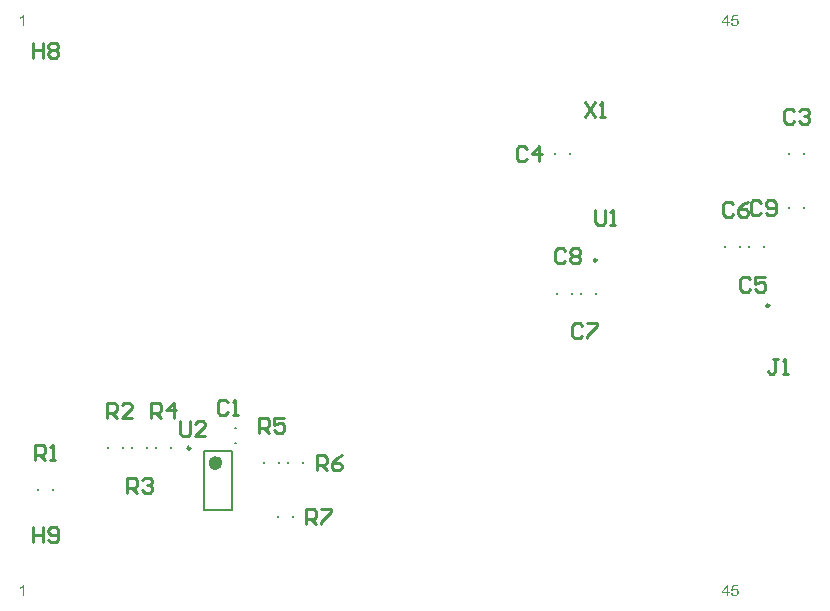
<source format=gto>
G04 Layer_Color=15065295*
%FSLAX25Y25*%
%MOIN*%
G70*
G01*
G75*
%ADD29C,0.00984*%
%ADD30C,0.02362*%
%ADD31C,0.00787*%
%ADD32C,0.01000*%
G36*
X458511Y514341D02*
X456974D01*
X456769Y513303D01*
X456774Y513309D01*
X456785Y513314D01*
X456802Y513326D01*
X456830Y513342D01*
X456863Y513359D01*
X456902Y513381D01*
X456990Y513425D01*
X457101Y513470D01*
X457224Y513509D01*
X457357Y513536D01*
X457423Y513548D01*
X457545D01*
X457579Y513542D01*
X457623Y513536D01*
X457673Y513531D01*
X457729Y513520D01*
X457790Y513503D01*
X457923Y513464D01*
X457995Y513436D01*
X458067Y513398D01*
X458139Y513359D01*
X458211Y513314D01*
X458278Y513259D01*
X458345Y513198D01*
X458350Y513192D01*
X458361Y513181D01*
X458378Y513165D01*
X458400Y513137D01*
X458428Y513098D01*
X458456Y513059D01*
X458489Y513009D01*
X458522Y512954D01*
X458550Y512893D01*
X458583Y512826D01*
X458611Y512748D01*
X458639Y512671D01*
X458661Y512587D01*
X458678Y512493D01*
X458689Y512399D01*
X458694Y512299D01*
Y512293D01*
Y512277D01*
Y512249D01*
X458689Y512210D01*
X458683Y512165D01*
X458678Y512115D01*
X458667Y512054D01*
X458656Y511994D01*
X458622Y511849D01*
X458567Y511699D01*
X458533Y511622D01*
X458489Y511549D01*
X458444Y511472D01*
X458389Y511400D01*
X458384Y511394D01*
X458372Y511377D01*
X458350Y511355D01*
X458322Y511328D01*
X458284Y511294D01*
X458239Y511250D01*
X458184Y511211D01*
X458123Y511166D01*
X458056Y511122D01*
X457978Y511083D01*
X457895Y511044D01*
X457806Y511006D01*
X457712Y510978D01*
X457607Y510956D01*
X457495Y510939D01*
X457379Y510933D01*
X457329D01*
X457290Y510939D01*
X457246Y510945D01*
X457196Y510950D01*
X457135Y510956D01*
X457074Y510972D01*
X456935Y511006D01*
X456796Y511056D01*
X456724Y511089D01*
X456652Y511128D01*
X456585Y511172D01*
X456519Y511222D01*
X456513Y511228D01*
X456502Y511233D01*
X456491Y511255D01*
X456469Y511277D01*
X456441Y511305D01*
X456413Y511339D01*
X456380Y511383D01*
X456352Y511433D01*
X456319Y511483D01*
X456286Y511544D01*
X456224Y511677D01*
X456175Y511833D01*
X456158Y511916D01*
X456147Y512005D01*
X456641Y512043D01*
Y512038D01*
Y512027D01*
X456646Y512010D01*
X456652Y511982D01*
X456669Y511921D01*
X456691Y511838D01*
X456724Y511755D01*
X456769Y511660D01*
X456824Y511577D01*
X456890Y511500D01*
X456902Y511494D01*
X456924Y511472D01*
X456968Y511444D01*
X457029Y511411D01*
X457096Y511377D01*
X457179Y511350D01*
X457273Y511328D01*
X457379Y511322D01*
X457412D01*
X457435Y511328D01*
X457501Y511333D01*
X457579Y511355D01*
X457673Y511383D01*
X457767Y511427D01*
X457867Y511494D01*
X457912Y511533D01*
X457956Y511577D01*
X457962Y511583D01*
X457967Y511588D01*
X457978Y511605D01*
X457995Y511622D01*
X458034Y511683D01*
X458078Y511760D01*
X458117Y511855D01*
X458156Y511971D01*
X458184Y512110D01*
X458195Y512182D01*
Y512260D01*
Y512265D01*
Y512277D01*
Y512299D01*
X458189Y512326D01*
Y512360D01*
X458184Y512399D01*
X458167Y512487D01*
X458139Y512593D01*
X458101Y512698D01*
X458045Y512798D01*
X457967Y512893D01*
Y512898D01*
X457956Y512904D01*
X457928Y512931D01*
X457878Y512970D01*
X457812Y513015D01*
X457723Y513054D01*
X457623Y513092D01*
X457507Y513120D01*
X457440Y513131D01*
X457335D01*
X457290Y513126D01*
X457235Y513120D01*
X457168Y513103D01*
X457101Y513087D01*
X457029Y513059D01*
X456957Y513026D01*
X456952Y513020D01*
X456929Y513009D01*
X456896Y512981D01*
X456852Y512954D01*
X456807Y512915D01*
X456763Y512865D01*
X456713Y512815D01*
X456674Y512754D01*
X456230Y512815D01*
X456602Y514791D01*
X458511D01*
Y514341D01*
D02*
G37*
G36*
X455142Y512354D02*
X455664D01*
Y511921D01*
X455142D01*
Y511000D01*
X454671D01*
Y511921D01*
X453000D01*
Y512354D01*
X454759Y514841D01*
X455142D01*
Y512354D01*
D02*
G37*
G36*
X220415Y511000D02*
X219943D01*
Y514003D01*
X219938Y513997D01*
X219910Y513975D01*
X219877Y513941D01*
X219821Y513903D01*
X219760Y513853D01*
X219683Y513797D01*
X219594Y513736D01*
X219494Y513675D01*
X219488D01*
X219483Y513669D01*
X219449Y513647D01*
X219394Y513620D01*
X219327Y513586D01*
X219250Y513548D01*
X219166Y513509D01*
X219083Y513470D01*
X219000Y513436D01*
Y513892D01*
X219005D01*
X219017Y513903D01*
X219039Y513908D01*
X219067Y513925D01*
X219100Y513941D01*
X219139Y513964D01*
X219233Y514019D01*
X219344Y514080D01*
X219455Y514158D01*
X219572Y514247D01*
X219688Y514341D01*
X219694Y514347D01*
X219699Y514352D01*
X219716Y514369D01*
X219738Y514386D01*
X219788Y514441D01*
X219855Y514508D01*
X219921Y514585D01*
X219993Y514674D01*
X220055Y514763D01*
X220110Y514857D01*
X220415D01*
Y511000D01*
D02*
G37*
G36*
Y321000D02*
X219943D01*
Y324003D01*
X219938Y323997D01*
X219910Y323975D01*
X219877Y323941D01*
X219821Y323903D01*
X219760Y323853D01*
X219683Y323797D01*
X219594Y323736D01*
X219494Y323675D01*
X219488D01*
X219483Y323670D01*
X219449Y323647D01*
X219394Y323620D01*
X219327Y323586D01*
X219250Y323547D01*
X219166Y323509D01*
X219083Y323470D01*
X219000Y323436D01*
Y323892D01*
X219005D01*
X219017Y323903D01*
X219039Y323908D01*
X219067Y323925D01*
X219100Y323941D01*
X219139Y323964D01*
X219233Y324019D01*
X219344Y324080D01*
X219455Y324158D01*
X219572Y324247D01*
X219688Y324341D01*
X219694Y324347D01*
X219699Y324352D01*
X219716Y324369D01*
X219738Y324385D01*
X219788Y324441D01*
X219855Y324508D01*
X219921Y324585D01*
X219993Y324674D01*
X220055Y324763D01*
X220110Y324857D01*
X220415D01*
Y321000D01*
D02*
G37*
G36*
X458511Y324341D02*
X456974D01*
X456769Y323303D01*
X456774Y323309D01*
X456785Y323314D01*
X456802Y323325D01*
X456830Y323342D01*
X456863Y323359D01*
X456902Y323381D01*
X456990Y323425D01*
X457101Y323470D01*
X457224Y323509D01*
X457357Y323536D01*
X457423Y323547D01*
X457545D01*
X457579Y323542D01*
X457623Y323536D01*
X457673Y323531D01*
X457729Y323520D01*
X457790Y323503D01*
X457923Y323464D01*
X457995Y323436D01*
X458067Y323398D01*
X458139Y323359D01*
X458211Y323314D01*
X458278Y323259D01*
X458345Y323198D01*
X458350Y323192D01*
X458361Y323181D01*
X458378Y323165D01*
X458400Y323137D01*
X458428Y323098D01*
X458456Y323059D01*
X458489Y323009D01*
X458522Y322954D01*
X458550Y322892D01*
X458583Y322826D01*
X458611Y322748D01*
X458639Y322671D01*
X458661Y322587D01*
X458678Y322493D01*
X458689Y322399D01*
X458694Y322299D01*
Y322293D01*
Y322276D01*
Y322249D01*
X458689Y322210D01*
X458683Y322165D01*
X458678Y322115D01*
X458667Y322055D01*
X458656Y321993D01*
X458622Y321849D01*
X458567Y321699D01*
X458533Y321622D01*
X458489Y321549D01*
X458444Y321472D01*
X458389Y321400D01*
X458384Y321394D01*
X458372Y321377D01*
X458350Y321355D01*
X458322Y321327D01*
X458284Y321294D01*
X458239Y321250D01*
X458184Y321211D01*
X458123Y321166D01*
X458056Y321122D01*
X457978Y321083D01*
X457895Y321044D01*
X457806Y321006D01*
X457712Y320978D01*
X457607Y320956D01*
X457495Y320939D01*
X457379Y320933D01*
X457329D01*
X457290Y320939D01*
X457246Y320944D01*
X457196Y320950D01*
X457135Y320956D01*
X457074Y320972D01*
X456935Y321006D01*
X456796Y321056D01*
X456724Y321089D01*
X456652Y321128D01*
X456585Y321172D01*
X456519Y321222D01*
X456513Y321228D01*
X456502Y321233D01*
X456491Y321255D01*
X456469Y321277D01*
X456441Y321305D01*
X456413Y321339D01*
X456380Y321383D01*
X456352Y321433D01*
X456319Y321483D01*
X456286Y321544D01*
X456224Y321677D01*
X456175Y321832D01*
X456158Y321916D01*
X456147Y322005D01*
X456641Y322043D01*
Y322038D01*
Y322027D01*
X456646Y322010D01*
X456652Y321982D01*
X456669Y321921D01*
X456691Y321838D01*
X456724Y321755D01*
X456769Y321660D01*
X456824Y321577D01*
X456890Y321499D01*
X456902Y321494D01*
X456924Y321472D01*
X456968Y321444D01*
X457029Y321411D01*
X457096Y321377D01*
X457179Y321350D01*
X457273Y321327D01*
X457379Y321322D01*
X457412D01*
X457435Y321327D01*
X457501Y321333D01*
X457579Y321355D01*
X457673Y321383D01*
X457767Y321427D01*
X457867Y321494D01*
X457912Y321533D01*
X457956Y321577D01*
X457962Y321583D01*
X457967Y321588D01*
X457978Y321605D01*
X457995Y321622D01*
X458034Y321683D01*
X458078Y321760D01*
X458117Y321855D01*
X458156Y321971D01*
X458184Y322110D01*
X458195Y322182D01*
Y322260D01*
Y322265D01*
Y322276D01*
Y322299D01*
X458189Y322326D01*
Y322360D01*
X458184Y322399D01*
X458167Y322487D01*
X458139Y322593D01*
X458101Y322698D01*
X458045Y322798D01*
X457967Y322892D01*
Y322898D01*
X457956Y322904D01*
X457928Y322931D01*
X457878Y322970D01*
X457812Y323015D01*
X457723Y323054D01*
X457623Y323092D01*
X457507Y323120D01*
X457440Y323131D01*
X457335D01*
X457290Y323126D01*
X457235Y323120D01*
X457168Y323103D01*
X457101Y323087D01*
X457029Y323059D01*
X456957Y323026D01*
X456952Y323020D01*
X456929Y323009D01*
X456896Y322981D01*
X456852Y322954D01*
X456807Y322915D01*
X456763Y322865D01*
X456713Y322815D01*
X456674Y322754D01*
X456230Y322815D01*
X456602Y324791D01*
X458511D01*
Y324341D01*
D02*
G37*
G36*
X455142Y322354D02*
X455664D01*
Y321921D01*
X455142D01*
Y321000D01*
X454671D01*
Y321921D01*
X453000D01*
Y322354D01*
X454759Y324841D01*
X455142D01*
Y322354D01*
D02*
G37*
%LPC*%
G36*
X454671Y324075D02*
X453461Y322354D01*
X454671D01*
Y324075D01*
D02*
G37*
G36*
Y514075D02*
X453461Y512354D01*
X454671D01*
Y514075D01*
D02*
G37*
%LPD*%
D29*
X468862Y417882D02*
G03*
X468862Y417882I-492J0D01*
G01*
X275846Y370346D02*
G03*
X275846Y370346I-492J0D01*
G01*
X411339Y433024D02*
G03*
X411339Y433024I-492J0D01*
G01*
D30*
X285393Y365405D02*
G03*
X285393Y365405I-1181J0D01*
G01*
D31*
X475539Y450303D02*
Y450697D01*
X480461Y450303D02*
Y450697D01*
X462039Y437303D02*
Y437697D01*
X466961Y437303D02*
Y437697D01*
X454039Y437303D02*
Y437697D01*
X458961Y437303D02*
Y437697D01*
X480461Y468303D02*
Y468697D01*
X475539Y468303D02*
Y468697D01*
X397539Y468303D02*
Y468697D01*
X402461Y468303D02*
Y468697D01*
X410961Y421803D02*
Y422197D01*
X406039Y421803D02*
Y422197D01*
X402961Y421803D02*
Y422197D01*
X398039Y421803D02*
Y422197D01*
X300539Y365303D02*
Y365697D01*
X305461Y365303D02*
Y365697D01*
X308539Y365303D02*
Y365697D01*
X313461Y365303D02*
Y365697D01*
X309961Y347303D02*
Y347697D01*
X305039Y347303D02*
Y347697D01*
X256539Y370303D02*
Y370697D01*
X261461Y370303D02*
Y370697D01*
X248539Y370303D02*
Y370697D01*
X253461Y370303D02*
Y370697D01*
X264539Y370303D02*
Y370697D01*
X269461Y370303D02*
Y370697D01*
X229961Y356346D02*
Y356740D01*
X225039Y356346D02*
Y356740D01*
X280275Y349657D02*
Y369342D01*
X289724Y349657D02*
Y369342D01*
X280275D02*
X289724D01*
X280275Y349657D02*
X289724D01*
X290803Y372039D02*
X291197D01*
X290803Y376961D02*
X291197D01*
D32*
X224200Y366500D02*
Y371498D01*
X226699D01*
X227532Y370665D01*
Y368999D01*
X226699Y368166D01*
X224200D01*
X225866D02*
X227532Y366500D01*
X229198D02*
X230865D01*
X230031D01*
Y371498D01*
X229198Y370665D01*
X465932Y452165D02*
X465099Y452998D01*
X463433D01*
X462600Y452165D01*
Y448833D01*
X463433Y448000D01*
X465099D01*
X465932Y448833D01*
X467598D02*
X468431Y448000D01*
X470098D01*
X470931Y448833D01*
Y452165D01*
X470098Y452998D01*
X468431D01*
X467598Y452165D01*
Y451332D01*
X468431Y450499D01*
X470931D01*
X223500Y505498D02*
Y500500D01*
Y502999D01*
X226832D01*
Y505498D01*
Y500500D01*
X228498Y504665D02*
X229331Y505498D01*
X230998D01*
X231831Y504665D01*
Y503832D01*
X230998Y502999D01*
X231831Y502166D01*
Y501333D01*
X230998Y500500D01*
X229331D01*
X228498Y501333D01*
Y502166D01*
X229331Y502999D01*
X228498Y503832D01*
Y504665D01*
X229331Y502999D02*
X230998D01*
X407300Y485698D02*
X410632Y480700D01*
Y485698D02*
X407300Y480700D01*
X412298D02*
X413965D01*
X413131D01*
Y485698D01*
X412298Y484865D01*
X272500Y379298D02*
Y375133D01*
X273333Y374300D01*
X274999D01*
X275832Y375133D01*
Y379298D01*
X280831Y374300D02*
X277498D01*
X280831Y377632D01*
Y378465D01*
X279998Y379298D01*
X278331D01*
X277498Y378465D01*
X410900Y449798D02*
Y445633D01*
X411733Y444800D01*
X413399D01*
X414232Y445633D01*
Y449798D01*
X415898Y444800D02*
X417564D01*
X416731D01*
Y449798D01*
X415898Y448965D01*
X314500Y345000D02*
Y349998D01*
X316999D01*
X317832Y349165D01*
Y347499D01*
X316999Y346666D01*
X314500D01*
X316166D02*
X317832Y345000D01*
X319498Y349998D02*
X322831D01*
Y349165D01*
X319498Y345833D01*
Y345000D01*
X318000Y363000D02*
Y367998D01*
X320499D01*
X321332Y367165D01*
Y365499D01*
X320499Y364666D01*
X318000D01*
X319666D02*
X321332Y363000D01*
X326331Y367998D02*
X324664Y367165D01*
X322998Y365499D01*
Y363833D01*
X323831Y363000D01*
X325498D01*
X326331Y363833D01*
Y364666D01*
X325498Y365499D01*
X322998D01*
X298800Y375500D02*
Y380498D01*
X301299D01*
X302132Y379665D01*
Y377999D01*
X301299Y377166D01*
X298800D01*
X300466D02*
X302132Y375500D01*
X307131Y380498D02*
X303798D01*
Y377999D01*
X305465Y378832D01*
X306298D01*
X307131Y377999D01*
Y376333D01*
X306298Y375500D01*
X304631D01*
X303798Y376333D01*
X262800Y380500D02*
Y385498D01*
X265299D01*
X266132Y384665D01*
Y382999D01*
X265299Y382166D01*
X262800D01*
X264466D02*
X266132Y380500D01*
X270298D02*
Y385498D01*
X267798Y382999D01*
X271131D01*
X254800Y355500D02*
Y360498D01*
X257299D01*
X258132Y359665D01*
Y357999D01*
X257299Y357166D01*
X254800D01*
X256466D02*
X258132Y355500D01*
X259798Y359665D02*
X260631Y360498D01*
X262298D01*
X263131Y359665D01*
Y358832D01*
X262298Y357999D01*
X261465D01*
X262298D01*
X263131Y357166D01*
Y356333D01*
X262298Y355500D01*
X260631D01*
X259798Y356333D01*
X248000Y380500D02*
Y385498D01*
X250499D01*
X251332Y384665D01*
Y382999D01*
X250499Y382166D01*
X248000D01*
X249666D02*
X251332Y380500D01*
X256331D02*
X252998D01*
X256331Y383832D01*
Y384665D01*
X255498Y385498D01*
X253831D01*
X252998Y384665D01*
X471732Y400098D02*
X470066D01*
X470899D01*
Y395933D01*
X470066Y395100D01*
X469233D01*
X468400Y395933D01*
X473398Y395100D02*
X475065D01*
X474231D01*
Y400098D01*
X473398Y399265D01*
X223500Y343998D02*
Y339000D01*
Y341499D01*
X226832D01*
Y343998D01*
Y339000D01*
X228498Y339833D02*
X229331Y339000D01*
X230998D01*
X231831Y339833D01*
Y343165D01*
X230998Y343998D01*
X229331D01*
X228498Y343165D01*
Y342332D01*
X229331Y341499D01*
X231831D01*
X400832Y436165D02*
X399999Y436998D01*
X398333D01*
X397500Y436165D01*
Y432833D01*
X398333Y432000D01*
X399999D01*
X400832Y432833D01*
X402498Y436165D02*
X403331Y436998D01*
X404998D01*
X405831Y436165D01*
Y435332D01*
X404998Y434499D01*
X405831Y433666D01*
Y432833D01*
X404998Y432000D01*
X403331D01*
X402498Y432833D01*
Y433666D01*
X403331Y434499D01*
X402498Y435332D01*
Y436165D01*
X403331Y434499D02*
X404998D01*
X406532Y411165D02*
X405699Y411998D01*
X404033D01*
X403200Y411165D01*
Y407833D01*
X404033Y407000D01*
X405699D01*
X406532Y407833D01*
X408198Y411998D02*
X411531D01*
Y411165D01*
X408198Y407833D01*
Y407000D01*
X456832Y451665D02*
X455999Y452498D01*
X454333D01*
X453500Y451665D01*
Y448333D01*
X454333Y447500D01*
X455999D01*
X456832Y448333D01*
X461831Y452498D02*
X460164Y451665D01*
X458498Y449999D01*
Y448333D01*
X459331Y447500D01*
X460998D01*
X461831Y448333D01*
Y449166D01*
X460998Y449999D01*
X458498D01*
X462532Y426665D02*
X461699Y427498D01*
X460033D01*
X459200Y426665D01*
Y423333D01*
X460033Y422500D01*
X461699D01*
X462532Y423333D01*
X467531Y427498D02*
X464198D01*
Y424999D01*
X465865Y425832D01*
X466698D01*
X467531Y424999D01*
Y423333D01*
X466698Y422500D01*
X465031D01*
X464198Y423333D01*
X387932Y470165D02*
X387099Y470998D01*
X385433D01*
X384600Y470165D01*
Y466833D01*
X385433Y466000D01*
X387099D01*
X387932Y466833D01*
X392098Y466000D02*
Y470998D01*
X389598Y468499D01*
X392931D01*
X477132Y482665D02*
X476299Y483498D01*
X474633D01*
X473800Y482665D01*
Y479333D01*
X474633Y478500D01*
X476299D01*
X477132Y479333D01*
X478798Y482665D02*
X479631Y483498D01*
X481298D01*
X482131Y482665D01*
Y481832D01*
X481298Y480999D01*
X480465D01*
X481298D01*
X482131Y480166D01*
Y479333D01*
X481298Y478500D01*
X479631D01*
X478798Y479333D01*
X288332Y385665D02*
X287499Y386498D01*
X285833D01*
X285000Y385665D01*
Y382333D01*
X285833Y381500D01*
X287499D01*
X288332Y382333D01*
X289998Y381500D02*
X291665D01*
X290831D01*
Y386498D01*
X289998Y385665D01*
M02*

</source>
